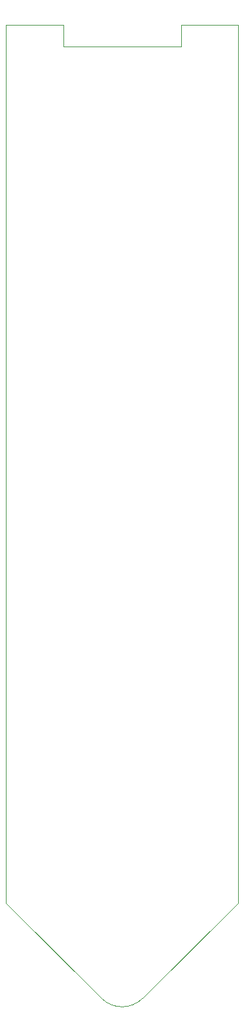
<source format=gm1>
G04 #@! TF.GenerationSoftware,KiCad,Pcbnew,7.0.9*
G04 #@! TF.CreationDate,2024-02-29T00:36:21+01:00*
G04 #@! TF.ProjectId,Mad_PlantBug,4d61645f-506c-4616-9e74-4275672e6b69,rev?*
G04 #@! TF.SameCoordinates,Original*
G04 #@! TF.FileFunction,Profile,NP*
%FSLAX46Y46*%
G04 Gerber Fmt 4.6, Leading zero omitted, Abs format (unit mm)*
G04 Created by KiCad (PCBNEW 7.0.9) date 2024-02-29 00:36:21*
%MOMM*%
%LPD*%
G01*
G04 APERTURE LIST*
G04 #@! TA.AperFunction,Profile*
%ADD10C,0.100000*%
G04 #@! TD*
G04 APERTURE END LIST*
D10*
X46182000Y-144232000D02*
X46182000Y-73147500D01*
X46182000Y-73147500D02*
X46182000Y-67181502D01*
X46182000Y-67181502D02*
X46182000Y-30727500D01*
X53560000Y-30727500D02*
X46182000Y-30727500D01*
X53560000Y-33521500D02*
X53560000Y-30727500D01*
X76182000Y-144232000D02*
X76182000Y-73137500D01*
X68800000Y-30727500D02*
X68800000Y-33521500D01*
X76182000Y-73137500D02*
X76182000Y-70611500D01*
X58512762Y-156506365D02*
X46182000Y-144232000D01*
X63851238Y-156506365D02*
X76182000Y-144232000D01*
X58512763Y-156506364D02*
G75*
G03*
X63851237Y-156506364I2669237J2669236D01*
G01*
X76182000Y-70611500D02*
X76182000Y-30727500D01*
X76180000Y-30727500D02*
X68800000Y-30727500D01*
X68800000Y-33521500D02*
X53560000Y-33521500D01*
M02*

</source>
